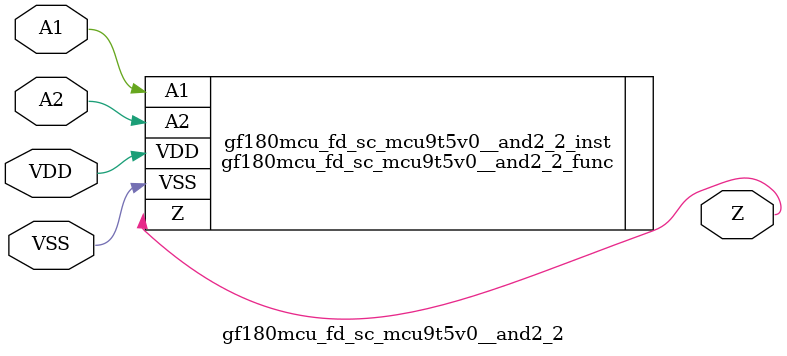
<source format=v>

module gf180mcu_fd_sc_mcu9t5v0__and2_2( A1, A2, Z, VDD, VSS );
input A1, A2;
inout VDD, VSS;
output Z;

   `ifdef FUNCTIONAL  //  functional //

	gf180mcu_fd_sc_mcu9t5v0__and2_2_func gf180mcu_fd_sc_mcu9t5v0__and2_2_behav_inst(.A1(A1),.A2(A2),.Z(Z),.VDD(VDD),.VSS(VSS));

   `else

	gf180mcu_fd_sc_mcu9t5v0__and2_2_func gf180mcu_fd_sc_mcu9t5v0__and2_2_inst(.A1(A1),.A2(A2),.Z(Z),.VDD(VDD),.VSS(VSS));

	// spec_gates_begin


	// spec_gates_end



   specify

	// specify_block_begin

	// comb arc A1 --> Z
	 (A1 => Z) = (1.0,1.0);

	// comb arc A2 --> Z
	 (A2 => Z) = (1.0,1.0);

	// specify_block_end

   endspecify

   `endif

endmodule

</source>
